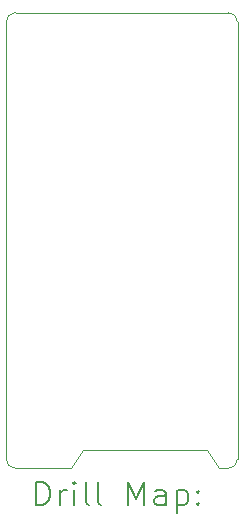
<source format=gbr>
%FSLAX45Y45*%
G04 Gerber Fmt 4.5, Leading zero omitted, Abs format (unit mm)*
G04 Created by KiCad (PCBNEW 6.0.6-3a73a75311~116~ubuntu20.04.1) date 2022-07-02 07:09:10*
%MOMM*%
%LPD*%
G01*
G04 APERTURE LIST*
%TA.AperFunction,Profile*%
%ADD10C,0.050000*%
%TD*%
%ADD11C,0.200000*%
G04 APERTURE END LIST*
D10*
X4235000Y-6305000D02*
X2435000Y-6305000D01*
X4235000Y-10165000D02*
G75*
G03*
X4315000Y-10085000I0J80000D01*
G01*
X2355000Y-6385000D02*
X2355000Y-10085000D01*
X2905000Y-10165000D02*
X3005000Y-10005000D01*
X4155000Y-10165000D02*
X4235000Y-10165000D01*
X4315000Y-10085000D02*
X4315000Y-6385000D01*
X2435000Y-6305000D02*
G75*
G03*
X2355000Y-6385000I0J-80000D01*
G01*
X4315000Y-6385000D02*
G75*
G03*
X4235000Y-6305000I-80000J0D01*
G01*
X4055000Y-10005000D02*
X4155000Y-10165000D01*
X3005000Y-10005000D02*
X4055000Y-10005000D01*
X2355000Y-10085000D02*
G75*
G03*
X2435000Y-10165000I80000J0D01*
G01*
X2435000Y-10165000D02*
X2905000Y-10165000D01*
D11*
X2610119Y-10477976D02*
X2610119Y-10277976D01*
X2657738Y-10277976D01*
X2686310Y-10287500D01*
X2705357Y-10306548D01*
X2714881Y-10325595D01*
X2724405Y-10363690D01*
X2724405Y-10392262D01*
X2714881Y-10430357D01*
X2705357Y-10449405D01*
X2686310Y-10468452D01*
X2657738Y-10477976D01*
X2610119Y-10477976D01*
X2810119Y-10477976D02*
X2810119Y-10344643D01*
X2810119Y-10382738D02*
X2819643Y-10363690D01*
X2829167Y-10354167D01*
X2848214Y-10344643D01*
X2867262Y-10344643D01*
X2933928Y-10477976D02*
X2933928Y-10344643D01*
X2933928Y-10277976D02*
X2924405Y-10287500D01*
X2933928Y-10297024D01*
X2943452Y-10287500D01*
X2933928Y-10277976D01*
X2933928Y-10297024D01*
X3057738Y-10477976D02*
X3038690Y-10468452D01*
X3029167Y-10449405D01*
X3029167Y-10277976D01*
X3162500Y-10477976D02*
X3143452Y-10468452D01*
X3133928Y-10449405D01*
X3133928Y-10277976D01*
X3391071Y-10477976D02*
X3391071Y-10277976D01*
X3457738Y-10420833D01*
X3524405Y-10277976D01*
X3524405Y-10477976D01*
X3705357Y-10477976D02*
X3705357Y-10373214D01*
X3695833Y-10354167D01*
X3676786Y-10344643D01*
X3638690Y-10344643D01*
X3619643Y-10354167D01*
X3705357Y-10468452D02*
X3686309Y-10477976D01*
X3638690Y-10477976D01*
X3619643Y-10468452D01*
X3610119Y-10449405D01*
X3610119Y-10430357D01*
X3619643Y-10411310D01*
X3638690Y-10401786D01*
X3686309Y-10401786D01*
X3705357Y-10392262D01*
X3800595Y-10344643D02*
X3800595Y-10544643D01*
X3800595Y-10354167D02*
X3819643Y-10344643D01*
X3857738Y-10344643D01*
X3876786Y-10354167D01*
X3886309Y-10363690D01*
X3895833Y-10382738D01*
X3895833Y-10439881D01*
X3886309Y-10458929D01*
X3876786Y-10468452D01*
X3857738Y-10477976D01*
X3819643Y-10477976D01*
X3800595Y-10468452D01*
X3981548Y-10458929D02*
X3991071Y-10468452D01*
X3981548Y-10477976D01*
X3972024Y-10468452D01*
X3981548Y-10458929D01*
X3981548Y-10477976D01*
X3981548Y-10354167D02*
X3991071Y-10363690D01*
X3981548Y-10373214D01*
X3972024Y-10363690D01*
X3981548Y-10354167D01*
X3981548Y-10373214D01*
M02*

</source>
